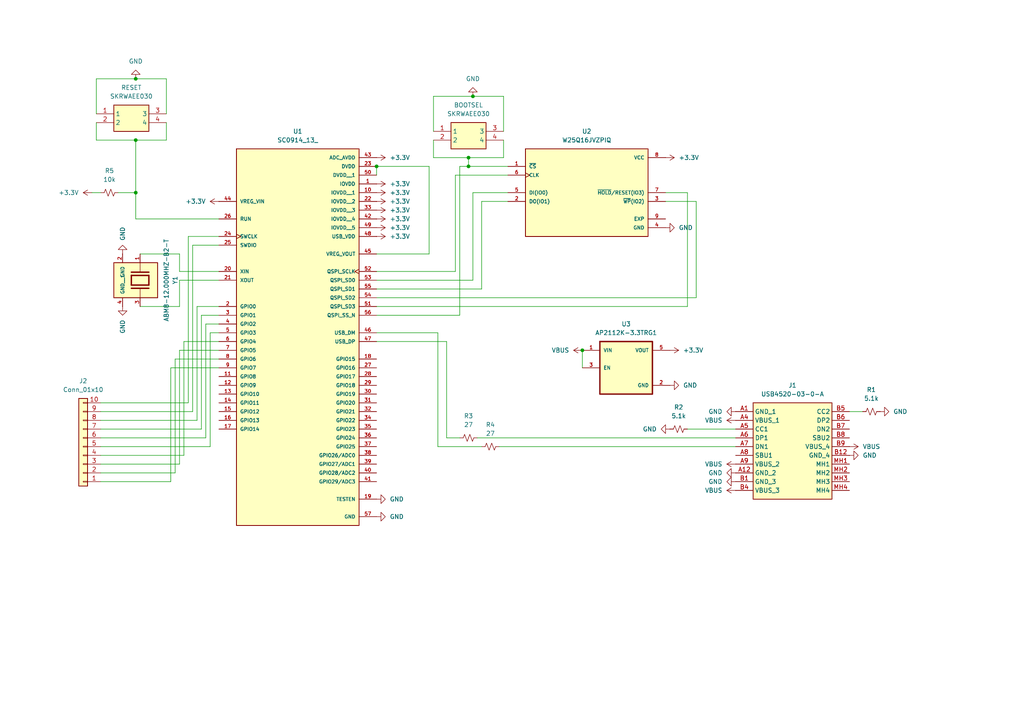
<source format=kicad_sch>
(kicad_sch (version 20250114) (generator "eeschema") (generator_version "9.0")
  (paper "A4")
  (lib_symbols
    (symbol "ABM8-12.000MHZ-B2-T:ABM8-12.000MHZ-B2-T" (pin_names (offset 1.016))
      (property "Reference" "Y1" (at 0 10.16 0))
      (property "Value" "ABM8-12.000MHZ-B2-T" (at 0 7.62 0))
      (symbol "ABM8-12.000MHZ-B2-T_0_0"
        (polyline (pts (xy -5.08 0) (xy -2.54 0)) (stroke (width 0.1524)))
        (rectangle (start -5.08 -7.62) (end 5.08 5.08) (stroke (width 0.254)) (fill (type background)))
        (polyline (pts (xy -2.3368 2.54) (xy -2.3368 -2.54)) (stroke (width 0.4064)))
        (polyline (pts (xy -1.397 2.54) (xy -1.397 -2.54)) (stroke (width 0.4064)))
        (polyline (pts (xy -1.397 2.54) (xy 1.397 2.54)) (stroke (width 0.4064)))
        (polyline (pts (xy 1.397 2.54) (xy 1.397 -2.54)) (stroke (width 0.4064)))
        (polyline (pts (xy 1.397 -2.54) (xy -1.397 -2.54)) (stroke (width 0.4064)))
        (polyline (pts (xy 2.3368 2.54) (xy 2.3368 -2.54)) (stroke (width 0.4064)))
        (polyline (pts (xy 2.54 0) (xy 5.08 0)) (stroke (width 0.1524)))
        (pin passive line (at -7.62 0 0) (length 2.54) (name "~") (number "1"))
        (pin power_in line (at -7.62 -5.08 0) (length 2.54) (name "GND") (number "2"))
        (pin passive line (at 7.62 0 180) (length 2.54) (name "~") (number "3"))
        (pin power_in line (at 7.62 -5.08 180) (length 2.54) (name "GND__1") (number "4"))
      )
    )
    (symbol "AP2112K-3.3TRG1:AP2112K-3.3TRG1" (pin_names (offset 1.016))
      (property "Reference" "U" (at -7.663 8.6476 0))
      (property "Value" "AP2112K-3.3TRG1" (at -7.6489 -11.6507 0))
      (symbol "AP2112K-3.3TRG1_0_0"
        (rectangle (start -7.62 -7.62) (end 7.62 7.62) (stroke (width 0.41)) (fill (type background)))
        (pin power_in line (at -12.7 5.08 0) (length 5.08) (name "VIN") (number "1"))
        (pin input line (at -12.7 0 0) (length 5.08) (name "EN") (number "3"))
        (pin power_in line (at 12.7 5.08 180) (length 5.08) (name "VOUT") (number "5"))
        (pin power_in line (at 12.7 -5.08 180) (length 5.08) (name "GND") (number "2"))
      )
    )
    (symbol "Connector_Generic:Conn_01x10" (pin_names (offset 1.016) (hide yes))
      (property "Reference" "J" (at 0 12.7 0))
      (property "Value" "Conn_01x10" (at 0 -15.24 0))
      (symbol "Conn_01x10_1_1"
        (rectangle (start -1.27 11.43) (end 1.27 -13.97) (stroke (width 0.254)) (fill (type background)))
        (rectangle (start -1.27 10.287) (end 0 10.033) (stroke (width 0.1524)))
        (rectangle (start -1.27 7.747) (end 0 7.493) (stroke (width 0.1524)))
        (rectangle (start -1.27 5.207) (end 0 4.953) (stroke (width 0.1524)))
        (rectangle (start -1.27 2.667) (end 0 2.413) (stroke (width 0.1524)))
        (rectangle (start -1.27 0.127) (end 0 -0.127) (stroke (width 0.1524)))
        (rectangle (start -1.27 -2.413) (end 0 -2.667) (stroke (width 0.1524)))
        (rectangle (start -1.27 -4.953) (end 0 -5.207) (stroke (width 0.1524)))
        (rectangle (start -1.27 -7.493) (end 0 -7.747) (stroke (width 0.1524)))
        (rectangle (start -1.27 -10.033) (end 0 -10.287) (stroke (width 0.1524)))
        (rectangle (start -1.27 -12.573) (end 0 -12.827) (stroke (width 0.1524)))
        (pin passive line (at -5.08 10.16 0) (length 3.81) (name "Pin_1") (number "1"))
        (pin passive line (at -5.08 7.62 0) (length 3.81) (name "Pin_2") (number "2"))
        (pin passive line (at -5.08 5.08 0) (length 3.81) (name "Pin_3") (number "3"))
        (pin passive line (at -5.08 2.54 0) (length 3.81) (name "Pin_4") (number "4"))
        (pin passive line (at -5.08 0 0) (length 3.81) (name "Pin_5") (number "5"))
        (pin passive line (at -5.08 -2.54 0) (length 3.81) (name "Pin_6") (number "6"))
        (pin passive line (at -5.08 -5.08 0) (length 3.81) (name "Pin_7") (number "7"))
        (pin passive line (at -5.08 -7.62 0) (length 3.81) (name "Pin_8") (number "8"))
        (pin passive line (at -5.08 -10.16 0) (length 3.81) (name "Pin_9") (number "9"))
        (pin passive line (at -5.08 -12.7 0) (length 3.81) (name "Pin_10") (number "10"))
      )
    )
    (symbol "Device:R_Small_US" (pin_numbers (hide yes)) (pin_names (offset 0.254) (hide yes))
      (property "Reference" "R" (at 0.762 0.508 0))
      (property "Value" "R_Small_US" (at 0.762 -1.016 0))
      (symbol "R_Small_US_1_1"
        (polyline (pts (xy 0 1.524) (xy 1.016 1.143) (xy 0 0.762) (xy -1.016 0.381) (xy 0 0)))
        (polyline (pts (xy 0 0) (xy 1.016 -0.381) (xy 0 -0.762) (xy -1.016 -1.143) (xy 0 -1.524)))
        (pin passive line (at 0 2.54 270) (length 1.016) (name "~") (number "1"))
        (pin passive line (at 0 -2.54 90) (length 1.016) (name "~") (number "2"))
      )
    )
    (symbol "SC0914_13_:SC0914_13_" (pin_names (offset 1.016))
      (property "Reference" "U" (at -17.78 49.022 0))
      (property "Value" "SC0914_13_" (at -17.78 -63.5 0))
      (symbol "SC0914_13__0_0"
        (rectangle (start -17.78 -60.96) (end 17.78 48.26) (stroke (width 0.254)) (fill (type background)))
        (pin input line (at -22.86 33.02 0) (length 5.08) (name "VREG_VIN") (number "44"))
        (pin input line (at -22.86 27.94 0) (length 5.08) (name "RUN") (number "26"))
        (pin input clock (at -22.86 22.86 0) (length 5.08) (name "SWCLK") (number "24"))
        (pin bidirectional line (at -22.86 20.32 0) (length 5.08) (name "SWDIO") (number "25"))
        (pin input line (at -22.86 12.7 0) (length 5.08) (name "XIN") (number "20"))
        (pin output line (at -22.86 10.16 0) (length 5.08) (name "XOUT") (number "21"))
        (pin bidirectional line (at -22.86 2.54 0) (length 5.08) (name "GPIO0") (number "2"))
        (pin bidirectional line (at -22.86 0 0) (length 5.08) (name "GPIO1") (number "3"))
        (pin bidirectional line (at -22.86 -2.54 0) (length 5.08) (name "GPIO2") (number "4"))
        (pin bidirectional line (at -22.86 -5.08 0) (length 5.08) (name "GPIO3") (number "5"))
        (pin bidirectional line (at -22.86 -7.62 0) (length 5.08) (name "GPIO4") (number "6"))
        (pin bidirectional line (at -22.86 -10.16 0) (length 5.08) (name "GPIO5") (number "7"))
        (pin bidirectional line (at -22.86 -12.7 0) (length 5.08) (name "GPIO6") (number "8"))
        (pin bidirectional line (at -22.86 -15.24 0) (length 5.08) (name "GPIO7") (number "9"))
        (pin bidirectional line (at -22.86 -17.78 0) (length 5.08) (name "GPIO8") (number "11"))
        (pin bidirectional line (at -22.86 -20.32 0) (length 5.08) (name "GPIO9") (number "12"))
        (pin bidirectional line (at -22.86 -22.86 0) (length 5.08) (name "GPIO10") (number "13"))
        (pin bidirectional line (at -22.86 -25.4 0) (length 5.08) (name "GPIO11") (number "14"))
        (pin bidirectional line (at -22.86 -27.94 0) (length 5.08) (name "GPIO12") (number "15"))
        (pin bidirectional line (at -22.86 -30.48 0) (length 5.08) (name "GPIO13") (number "16"))
        (pin bidirectional line (at -22.86 -33.02 0) (length 5.08) (name "GPIO14") (number "17"))
        (pin power_in line (at 22.86 45.72 180) (length 5.08) (name "ADC_AVDD") (number "43"))
        (pin power_in line (at 22.86 43.18 180) (length 5.08) (name "DVDD") (number "23"))
        (pin power_in line (at 22.86 40.64 180) (length 5.08) (name "DVDD__1") (number "50"))
        (pin power_in line (at 22.86 38.1 180) (length 5.08) (name "IOVDD") (number "1"))
        (pin power_in line (at 22.86 35.56 180) (length 5.08) (name "IOVDD__1") (number "10"))
        (pin power_in line (at 22.86 33.02 180) (length 5.08) (name "IOVDD__2") (number "22"))
        (pin power_in line (at 22.86 30.48 180) (length 5.08) (name "IOVDD__3") (number "33"))
        (pin power_in line (at 22.86 27.94 180) (length 5.08) (name "IOVDD__4") (number "42"))
        (pin power_in line (at 22.86 25.4 180) (length 5.08) (name "IOVDD__5") (number "49"))
        (pin power_in line (at 22.86 22.86 180) (length 5.08) (name "USB_VDD") (number "48"))
        (pin output line (at 22.86 17.78 180) (length 5.08) (name "VREG_VOUT") (number "45"))
        (pin bidirectional clock (at 22.86 12.7 180) (length 5.08) (name "QSPI_SCLK") (number "52"))
        (pin bidirectional line (at 22.86 10.16 180) (length 5.08) (name "QSPI_SD0") (number "53"))
        (pin bidirectional line (at 22.86 7.62 180) (length 5.08) (name "QSPI_SD1") (number "55"))
        (pin bidirectional line (at 22.86 5.08 180) (length 5.08) (name "QSPI_SD2") (number "54"))
        (pin bidirectional line (at 22.86 2.54 180) (length 5.08) (name "QSPI_SD3") (number "51"))
        (pin bidirectional line (at 22.86 0 180) (length 5.08) (name "QSPI_SS_N") (number "56"))
        (pin bidirectional line (at 22.86 -5.08 180) (length 5.08) (name "USB_DM") (number "46"))
        (pin bidirectional line (at 22.86 -7.62 180) (length 5.08) (name "USB_DP") (number "47"))
        (pin bidirectional line (at 22.86 -12.7 180) (length 5.08) (name "GPIO15") (number "18"))
        (pin bidirectional line (at 22.86 -15.24 180) (length 5.08) (name "GPIO16") (number "27"))
        (pin bidirectional line (at 22.86 -17.78 180) (length 5.08) (name "GPIO17") (number "28"))
        (pin bidirectional line (at 22.86 -20.32 180) (length 5.08) (name "GPIO18") (number "29"))
        (pin bidirectional line (at 22.86 -22.86 180) (length 5.08) (name "GPIO19") (number "30"))
        (pin bidirectional line (at 22.86 -25.4 180) (length 5.08) (name "GPIO20") (number "31"))
        (pin bidirectional line (at 22.86 -27.94 180) (length 5.08) (name "GPIO21") (number "32"))
        (pin bidirectional line (at 22.86 -30.48 180) (length 5.08) (name "GPIO22") (number "34"))
        (pin bidirectional line (at 22.86 -33.02 180) (length 5.08) (name "GPIO23") (number "35"))
        (pin bidirectional line (at 22.86 -35.56 180) (length 5.08) (name "GPIO24") (number "36"))
        (pin bidirectional line (at 22.86 -38.1 180) (length 5.08) (name "GPIO25") (number "37"))
        (pin bidirectional line (at 22.86 -40.64 180) (length 5.08) (name "GPIO26/ADC0") (number "38"))
        (pin bidirectional line (at 22.86 -43.18 180) (length 5.08) (name "GPIO27/ADC1") (number "39"))
        (pin bidirectional line (at 22.86 -45.72 180) (length 5.08) (name "GPIO28/ADC2") (number "40"))
        (pin bidirectional line (at 22.86 -48.26 180) (length 5.08) (name "GPIO29/ADC3") (number "41"))
        (pin passive line (at 22.86 -53.34 180) (length 5.08) (name "TESTEN") (number "19"))
        (pin power_in line (at 22.86 -58.42 180) (length 5.08) (name "GND") (number "57"))
      )
    )
    (symbol "SKRWAEE030:SKRWAEE030"
      (property "Reference" "S" (at 16.51 7.62 0))
      (property "Value" "SKRWAEE030" (at 16.51 5.08 0))
      (symbol "SKRWAEE030_1_1"
        (rectangle (start 5.08 2.54) (end 15.24 -5.08) (stroke (width 0.254)) (fill (type background)))
        (pin passive line (at 0 0 0) (length 5.08) (name "1") (number "1"))
        (pin passive line (at 0 -2.54 0) (length 5.08) (name "2") (number "2"))
        (pin passive line (at 20.32 0 180) (length 5.08) (name "3") (number "3"))
        (pin passive line (at 20.32 -2.54 180) (length 5.08) (name "4") (number "4"))
      )
    )
    (symbol "USB4520-03-0-A:USB4520-03-0-A"
      (property "Reference" "J" (at 29.21 7.62 0))
      (property "Value" "USB4520-03-0-A" (at 29.21 5.08 0))
      (symbol "USB4520-03-0-A_1_1"
        (rectangle (start 5.08 2.54) (end 27.94 -25.4) (stroke (width 0.254)) (fill (type background)))
        (pin passive line (at 0 0 0) (length 5.08) (name "GND_1") (number "A1"))
        (pin passive line (at 0 -2.54 0) (length 5.08) (name "VBUS_1") (number "A4"))
        (pin passive line (at 0 -5.08 0) (length 5.08) (name "CC1") (number "A5"))
        (pin passive line (at 0 -7.62 0) (length 5.08) (name "DP1") (number "A6"))
        (pin passive line (at 0 -10.16 0) (length 5.08) (name "DN1") (number "A7"))
        (pin passive line (at 0 -12.7 0) (length 5.08) (name "SBU1") (number "A8"))
        (pin passive line (at 0 -15.24 0) (length 5.08) (name "VBUS_2") (number "A9"))
        (pin passive line (at 0 -17.78 0) (length 5.08) (name "GND_2") (number "A12"))
        (pin passive line (at 0 -20.32 0) (length 5.08) (name "GND_3") (number "B1"))
        (pin passive line (at 0 -22.86 0) (length 5.08) (name "VBUS_3") (number "B4"))
        (pin passive line (at 33.02 0 180) (length 5.08) (name "CC2") (number "B5"))
        (pin passive line (at 33.02 -2.54 180) (length 5.08) (name "DP2") (number "B6"))
        (pin passive line (at 33.02 -5.08 180) (length 5.08) (name "DN2") (number "B7"))
        (pin passive line (at 33.02 -7.62 180) (length 5.08) (name "SBU2") (number "B8"))
        (pin passive line (at 33.02 -10.16 180) (length 5.08) (name "VBUS_4") (number "B9"))
        (pin passive line (at 33.02 -12.7 180) (length 5.08) (name "GND_4") (number "B12"))
        (pin passive line (at 33.02 -15.24 180) (length 5.08) (name "MH1") (number "MH1"))
        (pin passive line (at 33.02 -17.78 180) (length 5.08) (name "MH2") (number "MH2"))
        (pin passive line (at 33.02 -20.32 180) (length 5.08) (name "MH3") (number "MH3"))
        (pin passive line (at 33.02 -22.86 180) (length 5.08) (name "MH4") (number "MH4"))
      )
    )
    (symbol "W25Q16JVZPIQ:W25Q16JVZPIQ" (pin_names (offset 1.016))
      (property "Reference" "U" (at -17.78 13.97 0))
      (property "Value" "W25Q16JVZPIQ" (at -17.78 -15.24 0))
      (symbol "W25Q16JVZPIQ_0_0"
        (rectangle (start -17.78 -12.7) (end 17.78 12.7) (stroke (width 0.254)) (fill (type background)))
        (pin input line (at -22.86 7.62 0) (length 5.08) (name "~{CS}") (number "1"))
        (pin input clock (at -22.86 5.08 0) (length 5.08) (name "CLK") (number "6"))
        (pin bidirectional line (at -22.86 0 0) (length 5.08) (name "DI(IO0)") (number "5"))
        (pin bidirectional line (at -22.86 -2.54 0) (length 5.08) (name "DO(IO1)") (number "2"))
        (pin power_in line (at 22.86 10.16 180) (length 5.08) (name "VCC") (number "8"))
        (pin bidirectional line (at 22.86 0 180) (length 5.08) (name "~{HOLD}/RESET(IO3)") (number "7"))
        (pin bidirectional line (at 22.86 -2.54 180) (length 5.08) (name "~{WP}(IO2)") (number "3"))
        (pin passive line (at 22.86 -7.62 180) (length 5.08) (name "EXP") (number "9"))
        (pin power_in line (at 22.86 -10.16 180) (length 5.08) (name "GND") (number "4"))
      )
    )
    (symbol "power:+3.3V" (power) (pin_numbers (hide yes)) (pin_names (offset 0) (hide yes))
      (property "Value" "+3.3V" (at 0 3.556 0))
      (symbol "+3.3V_0_1"
        (polyline (pts (xy -0.762 1.27) (xy 0 2.54)))
        (polyline (pts (xy 0 2.54) (xy 0.762 1.27)))
        (polyline (pts (xy 0 0) (xy 0 2.54)))
      )
      (symbol "+3.3V_1_1"
        (pin power_in line (at 0 0 90) (length 0) (name "~") (number "1"))
      )
    )
    (symbol "power:GND" (power) (pin_numbers (hide yes)) (pin_names (offset 0) (hide yes))
      (property "Value" "GND" (at 0 -3.81 0))
      (symbol "GND_0_1"
        (polyline (pts (xy 0 0) (xy 0 -1.27) (xy 1.27 -1.27) (xy 0 -2.54) (xy -1.27 -1.27) (xy 0 -1.27)))
      )
      (symbol "GND_1_1"
        (pin power_in line (at 0 0 270) (length 0) (name "~") (number "1"))
      )
    )
    (symbol "power:VBUS" (power) (pin_numbers (hide yes)) (pin_names (offset 0) (hide yes))
      (property "Value" "VBUS" (at 0 3.556 0))
      (symbol "VBUS_0_1"
        (polyline (pts (xy -0.762 1.27) (xy 0 2.54)))
        (polyline (pts (xy 0 2.54) (xy 0.762 1.27)))
        (polyline (pts (xy 0 0) (xy 0 2.54)))
      )
      (symbol "VBUS_1_1"
        (pin power_in line (at 0 0 90) (length 0) (name "~") (number "1"))
      )
    )
  )
  (junction (at 135.89 48.26))
  (junction (at 137.16 27.94))
  (junction (at 168.91 101.6))
  (junction (at 109.22 48.26))
  (junction (at 39.37 55.88))
  (junction (at 39.37 40.64))
  (junction (at 135.89 45.72))
  (junction (at 39.37 22.86))
  (wire (pts (xy 133.35 48.26) (xy 133.35 91.44)))
  (wire (pts (xy 59.69 127) (xy 29.21 127)))
  (wire (pts (xy 129.54 127) (xy 133.35 127)))
  (wire (pts (xy 137.16 81.28) (xy 109.22 81.28)))
  (wire (pts (xy 63.5 91.44) (xy 58.42 91.44)))
  (wire (pts (xy 52.07 81.28) (xy 63.5 81.28)))
  (wire (pts (xy 63.5 101.6) (xy 52.07 101.6)))
  (wire (pts (xy 63.5 93.98) (xy 59.69 93.98)))
  (wire (pts (xy 52.07 88.9) (xy 52.07 81.28)))
  (wire (pts (xy 49.53 139.7) (xy 29.21 139.7)))
  (wire (pts (xy 49.53 106.68) (xy 49.53 139.7)))
  (wire (pts (xy 201.93 86.36) (xy 201.93 58.42)))
  (wire (pts (xy 57.15 88.9) (xy 57.15 121.92)))
  (wire (pts (xy 27.94 40.64) (xy 39.37 40.64)))
  (wire (pts (xy 53.34 99.06) (xy 53.34 132.08)))
  (wire (pts (xy 60.96 96.52) (xy 60.96 129.54)))
  (wire (pts (xy 137.16 55.88) (xy 137.16 81.28)))
  (wire (pts (xy 63.5 96.52) (xy 60.96 96.52)))
  (wire (pts (xy 137.16 27.94) (xy 146.05 27.94)))
  (wire (pts (xy 54.61 116.84) (xy 29.21 116.84)))
  (wire (pts (xy 39.37 55.88) (xy 39.37 40.64)))
  (wire (pts (xy 39.37 22.86) (xy 48.26 22.86)))
  (wire (pts (xy 48.26 40.64) (xy 48.26 35.56)))
  (wire (pts (xy 147.32 55.88) (xy 137.16 55.88)))
  (wire (pts (xy 127 129.54) (xy 127 96.52)))
  (wire (pts (xy 63.5 104.14) (xy 50.8 104.14)))
  (wire (pts (xy 168.91 101.6) (xy 168.91 106.68)))
  (wire (pts (xy 54.61 68.58) (xy 54.61 116.84)))
  (wire (pts (xy 125.73 40.64) (xy 125.73 45.72)))
  (wire (pts (xy 52.07 101.6) (xy 52.07 134.62)))
  (wire (pts (xy 63.5 71.12) (xy 55.88 71.12)))
  (wire (pts (xy 109.22 78.74) (xy 132.08 78.74)))
  (wire (pts (xy 53.34 132.08) (xy 29.21 132.08)))
  (wire (pts (xy 139.7 83.82) (xy 139.7 58.42)))
  (wire (pts (xy 144.78 129.54) (xy 213.36 129.54)))
  (wire (pts (xy 59.69 93.98) (xy 59.69 127)))
  (wire (pts (xy 135.89 45.72) (xy 146.05 45.72)))
  (wire (pts (xy 29.21 119.38) (xy 55.88 119.38)))
  (wire (pts (xy 52.07 134.62) (xy 29.21 134.62)))
  (wire (pts (xy 132.08 78.74) (xy 132.08 50.8)))
  (wire (pts (xy 50.8 104.14) (xy 50.8 137.16)))
  (wire (pts (xy 52.07 73.66) (xy 40.64 73.66)))
  (wire (pts (xy 57.15 121.92) (xy 29.21 121.92)))
  (wire (pts (xy 109.22 73.66) (xy 124.46 73.66)))
  (wire (pts (xy 146.05 27.94) (xy 146.05 38.1)))
  (wire (pts (xy 60.96 129.54) (xy 29.21 129.54)))
  (wire (pts (xy 34.29 55.88) (xy 39.37 55.88)))
  (wire (pts (xy 139.7 58.42) (xy 147.32 58.42)))
  (wire (pts (xy 26.67 55.88) (xy 29.21 55.88)))
  (wire (pts (xy 63.5 63.5) (xy 39.37 63.5)))
  (wire (pts (xy 201.93 58.42) (xy 193.04 58.42)))
  (wire (pts (xy 63.5 88.9) (xy 57.15 88.9)))
  (wire (pts (xy 125.73 45.72) (xy 135.89 45.72)))
  (wire (pts (xy 127 96.52) (xy 109.22 96.52)))
  (wire (pts (xy 138.43 127) (xy 213.36 127)))
  (wire (pts (xy 63.5 99.06) (xy 53.34 99.06)))
  (wire (pts (xy 39.37 63.5) (xy 39.37 55.88)))
  (wire (pts (xy 146.05 45.72) (xy 146.05 40.64)))
  (wire (pts (xy 50.8 137.16) (xy 29.21 137.16)))
  (wire (pts (xy 132.08 50.8) (xy 147.32 50.8)))
  (wire (pts (xy 127 129.54) (xy 139.7 129.54)))
  (wire (pts (xy 199.39 55.88) (xy 193.04 55.88)))
  (wire (pts (xy 109.22 88.9) (xy 199.39 88.9)))
  (wire (pts (xy 129.54 127) (xy 129.54 99.06)))
  (wire (pts (xy 129.54 99.06) (xy 109.22 99.06)))
  (wire (pts (xy 39.37 40.64) (xy 48.26 40.64)))
  (wire (pts (xy 63.5 68.58) (xy 54.61 68.58)))
  (wire (pts (xy 124.46 73.66) (xy 124.46 48.26)))
  (wire (pts (xy 133.35 91.44) (xy 109.22 91.44)))
  (wire (pts (xy 63.5 106.68) (xy 49.53 106.68)))
  (wire (pts (xy 58.42 124.46) (xy 29.21 124.46)))
  (wire (pts (xy 125.73 27.94) (xy 137.16 27.94)))
  (wire (pts (xy 199.39 88.9) (xy 199.39 55.88)))
  (wire (pts (xy 27.94 33.02) (xy 27.94 22.86)))
  (wire (pts (xy 124.46 48.26) (xy 109.22 48.26)))
  (wire (pts (xy 125.73 38.1) (xy 125.73 27.94)))
  (wire (pts (xy 27.94 35.56) (xy 27.94 40.64)))
  (wire (pts (xy 147.32 48.26) (xy 135.89 48.26)))
  (wire (pts (xy 55.88 71.12) (xy 55.88 119.38)))
  (wire (pts (xy 27.94 22.86) (xy 39.37 22.86)))
  (wire (pts (xy 199.39 124.46) (xy 213.36 124.46)))
  (wire (pts (xy 135.89 45.72) (xy 135.89 48.26)))
  (wire (pts (xy 109.22 48.26) (xy 109.22 50.8)))
  (wire (pts (xy 109.22 86.36) (xy 201.93 86.36)))
  (wire (pts (xy 109.22 83.82) (xy 139.7 83.82)))
  (wire (pts (xy 40.64 88.9) (xy 52.07 88.9)))
  (wire (pts (xy 63.5 78.74) (xy 52.07 78.74)))
  (wire (pts (xy 58.42 91.44) (xy 58.42 124.46)))
  (wire (pts (xy 48.26 22.86) (xy 48.26 33.02)))
  (wire (pts (xy 135.89 48.26) (xy 133.35 48.26)))
  (wire (pts (xy 246.38 119.38) (xy 250.19 119.38)))
  (wire (pts (xy 52.07 78.74) (xy 52.07 73.66)))
  (symbol (lib_id "power:GND") (at 109.22 144.78 90) (unit 1)
    (property "Reference" "#PWR030" (effects (hide yes)))
    (property "Value" "GND" (at 113.03 144.7799 90) (effects (justify right)))
    (property "Description" "Power symbol creates a global label with name \"GND\" , ground" (effects (hide yes)))
  )
  (symbol (lib_id "Device:R_Small_US") (at 196.85 124.46 90) (unit 1)
    (property "Reference" "R2" (at 196.85 118.11 90))
    (property "Value" "5.1k" (at 196.85 120.65 90))
    (property "Description" "Resistor, small US symbol" (effects (hide yes)))
  )
  (symbol (lib_id "power:VBUS") (at 168.91 101.6 90) (unit 1)
    (property "Reference" "#PWR01" (effects (hide yes)))
    (property "Value" "VBUS" (at 165.1 101.5999 90) (effects (justify left)))
    (property "Description" "Power symbol creates a global label with name \"VBUS\"" (effects (hide yes)))
  )
  (symbol (lib_id "ABM8-12.000MHZ-B2-T:ABM8-12.000MHZ-B2-T") (at 40.64 81.28 270) (unit 1)
    (property "Reference" "Y1" (at 50.8 81.28 0))
    (property "Value" "ABM8-12.000MHZ-B2-T" (at 48.26 81.28 0))
    (property "Footprint" "ABM8-12.000MHZ-B2-T:XTAL_ABM8-12.000MHZ-B2-T" (effects (hide yes)))
    (property "PARTREV" "44041" (effects (hide yes)))
    (property "MANUFACTURER" "Abracon" (effects (hide yes)))
    (property "MAXIMUM_PACKAGE_HEIGHT" "0.8 mm" (effects (hide yes)))
    (property "STANDARD" "Manufacturer Recommendations" (effects (hide yes)))
  )
  (symbol (lib_id "SKRWAEE030:SKRWAEE030") (at 27.94 33.02 0) (unit 1)
    (property "Reference" "RESET" (at 38.1 25.4 0))
    (property "Value" "SKRWAEE030" (at 38.1 27.94 0))
    (property "Footprint" "SKRWAEE030" (effects (hide yes)))
    (property "Datasheet" "https://www.alps.com/prod/info/E/HTML/Tact/SurfaceMount/SKRW/SKRWAEE030.html" (effects (hide yes)))
    (property "Description" "Tactile Switches 3.7x3.7x0.35mm 160gf" (effects (hide yes)))
    (property "Height" "0.5" (effects (hide yes)))
    (property "Mouser Part Number" "688-SKRWAEE030" (effects (hide yes)))
    (property "Mouser Price/Stock" "https://www.mouser.co.uk/ProductDetail/Alps-Alpine/SKRWAEE030?qs=4aVxpR%2FL9VKdaQi%252BS4Mesg%3D%3D" (effects (hide yes)))
    (property "Manufacturer_Name" "ALPS Electric" (effects (hide yes)))
    (property "Manufacturer_Part_Number" "SKRWAEE030" (effects (hide yes)))
  )
  (symbol (lib_id "power:+3.3V") (at 109.22 45.72 270) (unit 1)
    (property "Reference" "#PWR020" (effects (hide yes)))
    (property "Value" "+3.3V" (at 113.03 45.7199 90) (effects (justify left)))
    (property "Description" "Power symbol creates a global label with name \"+3.3V\"" (effects (hide yes)))
  )
  (symbol (lib_id "power:GND") (at 35.56 73.66 180) (unit 1)
    (property "Reference" "#PWR024" (effects (hide yes)))
    (property "Value" "GND" (at 35.5601 69.85 90) (effects (justify right)))
    (property "Description" "Power symbol creates a global label with name \"GND\" , ground" (effects (hide yes)))
  )
  (symbol (lib_id "USB4520-03-0-A:USB4520-03-0-A") (at 213.36 119.38 0) (unit 1)
    (property "Reference" "J1" (at 229.87 111.76 0))
    (property "Value" "USB4520-03-0-A" (at 229.87 114.3 0))
    (property "Footprint" "USB4520030A" (effects (hide yes)))
    (property "Datasheet" "https://componentsearchengine.com/Datasheets/2/USB4520-03-0-A.pdf" (effects (hide yes)))
    (property "Description" "USB Connectors USB C Rec 16P 3u\" Mid Mnt 2.1mm O-set SMT L = 6.5mm-1" (effects (hide yes)))
    (property "Height" "3.36" (effects (hide yes)))
    (property "Manufacturer_Name" "GCT (GLOBAL CONNECTOR TECHNOLOGY)" (effects (hide yes)))
    (property "Manufacturer_Part_Number" "USB4520-03-0-A" (effects (hide yes)))
    (property "Mouser Part Number" "640-USB4520030A" (effects (hide yes)))
    (property "Mouser Price/Stock" "https://www.mouser.co.uk/ProductDetail/GCT/USB4520-03-0-A?qs=7D1LtPJG0i16f9tCCMAw%2FA%3D%3D" (effects (hide yes)))
  )
  (symbol (lib_id "power:+3.3V") (at 109.22 68.58 270) (unit 1)
    (property "Reference" "#PWR019" (effects (hide yes)))
    (property "Value" "+3.3V" (at 113.03 68.5799 90) (effects (justify left)))
    (property "Description" "Power symbol creates a global label with name \"+3.3V\"" (effects (hide yes)))
  )
  (symbol (lib_id "power:+3.3V") (at 109.22 58.42 270) (unit 1)
    (property "Reference" "#PWR015" (effects (hide yes)))
    (property "Value" "+3.3V" (at 113.03 58.4199 90) (effects (justify left)))
    (property "Description" "Power symbol creates a global label with name \"+3.3V\"" (effects (hide yes)))
  )
  (symbol (lib_id "power:GND") (at 137.16 27.94 180) (unit 1)
    (property "Reference" "#PWR031" (effects (hide yes)))
    (property "Value" "GND" (at 137.16 22.86 0))
    (property "Description" "Power symbol creates a global label with name \"GND\" , ground" (effects (hide yes)))
  )
  (symbol (lib_id "SKRWAEE030:SKRWAEE030") (at 125.73 38.1 0) (unit 1)
    (property "Reference" "BOOTSEL" (at 135.89 30.48 0))
    (property "Value" "SKRWAEE030" (at 135.89 33.02 0))
    (property "Footprint" "SKRWAEE030" (effects (hide yes)))
    (property "Datasheet" "https://www.alps.com/prod/info/E/HTML/Tact/SurfaceMount/SKRW/SKRWAEE030.html" (effects (hide yes)))
    (property "Description" "Tactile Switches 3.7x3.7x0.35mm 160gf" (effects (hide yes)))
    (property "Height" "0.5" (effects (hide yes)))
    (property "Mouser Part Number" "688-SKRWAEE030" (effects (hide yes)))
    (property "Mouser Price/Stock" "https://www.mouser.co.uk/ProductDetail/Alps-Alpine/SKRWAEE030?qs=4aVxpR%2FL9VKdaQi%252BS4Mesg%3D%3D" (effects (hide yes)))
    (property "Manufacturer_Name" "ALPS Electric" (effects (hide yes)))
    (property "Manufacturer_Part_Number" "SKRWAEE030" (effects (hide yes)))
  )
  (symbol (lib_id "power:+3.3V") (at 109.22 60.96 270) (unit 1)
    (property "Reference" "#PWR016" (effects (hide yes)))
    (property "Value" "+3.3V" (at 113.03 60.9599 90) (effects (justify left)))
    (property "Description" "Power symbol creates a global label with name \"+3.3V\"" (effects (hide yes)))
  )
  (symbol (lib_id "power:VBUS") (at 246.38 129.54 270) (unit 1)
    (property "Reference" "#PWR011" (effects (hide yes)))
    (property "Value" "VBUS" (at 250.19 129.5399 90) (effects (justify left)))
    (property "Description" "Power symbol creates a global label with name \"VBUS\"" (effects (hide yes)))
  )
  (symbol (lib_id "power:GND") (at 194.31 111.76 90) (unit 1)
    (property "Reference" "#PWR02" (effects (hide yes)))
    (property "Value" "GND" (at 198.12 111.7599 90) (effects (justify right)))
    (property "Description" "Power symbol creates a global label with name \"GND\" , ground" (effects (hide yes)))
  )
  (symbol (lib_id "power:+3.3V") (at 109.22 55.88 270) (unit 1)
    (property "Reference" "#PWR014" (effects (hide yes)))
    (property "Value" "+3.3V" (at 113.03 55.8799 90) (effects (justify left)))
    (property "Description" "Power symbol creates a global label with name \"+3.3V\"" (effects (hide yes)))
  )
  (symbol (lib_id "W25Q16JVZPIQ:W25Q16JVZPIQ") (at 170.18 55.88 0) (unit 1)
    (property "Reference" "U2" (at 170.18 38.1 0))
    (property "Value" "W25Q16JVZPIQ" (at 170.18 40.64 0))
    (property "Footprint" "W25Q16JVZPIQ:SON127P500X600X80-9N" (effects (hide yes)))
    (property "MF" "Winbond Electronics" (effects (hide yes)))
    (property "DESCRIPTION" "FLASH - NOR Memory IC 16Mb (2M x 8) SPI - Quad I/O 133MHz 8-WSON (6x5)" (effects (hide yes)))
    (property "PACKAGE" "WSON-8 Winbond" (effects (hide yes)))
    (property "PRICE" "None" (effects (hide yes)))
    (property "MP" "W25Q16JVZPIQ" (effects (hide yes)))
    (property "DIGIKEY-PURCHASE-URL" "https://snapeda.com/shop?store=DigiKey&id=618097" (effects (hide yes)))
    (property "AVAILABILITY" "Unavailable" (effects (hide yes)))
  )
  (symbol (lib_id "Device:R_Small_US") (at 135.89 127 90) (unit 1)
    (property "Reference" "R3" (at 135.89 120.65 90))
    (property "Value" "27" (at 135.89 123.19 90))
    (property "Description" "Resistor, small US symbol" (effects (hide yes)))
  )
  (symbol (lib_id "Connector_Generic:Conn_01x10") (at 24.13 129.54 180) (unit 1)
    (property "Reference" "J2" (at 24.13 110.49 0))
    (property "Value" "Conn_01x10" (at 24.13 113.03 0))
    (property "Description" "Generic connector, single row, 01x10, script generated (kicad-library-utils/schlib/autogen/connector/)" (effects (hide yes)))
  )
  (symbol (lib_id "power:GND") (at 109.22 149.86 90) (unit 1)
    (property "Reference" "#PWR021" (effects (hide yes)))
    (property "Value" "GND" (at 113.03 149.8599 90) (effects (justify right)))
    (property "Description" "Power symbol creates a global label with name \"GND\" , ground" (effects (hide yes)))
  )
  (symbol (lib_id "power:+3.3V") (at 109.22 63.5 270) (unit 1)
    (property "Reference" "#PWR017" (effects (hide yes)))
    (property "Value" "+3.3V" (at 113.03 63.4999 90) (effects (justify left)))
    (property "Description" "Power symbol creates a global label with name \"+3.3V\"" (effects (hide yes)))
  )
  (symbol (lib_id "power:+3.3V") (at 26.67 55.88 90) (unit 1)
    (property "Reference" "#PWR029" (effects (hide yes)))
    (property "Value" "+3.3V" (at 22.86 55.8799 90) (effects (justify left)))
    (property "Description" "Power symbol creates a global label with name \"+3.3V\"" (effects (hide yes)))
  )
  (symbol (lib_id "power:+3.3V") (at 193.04 45.72 270) (unit 1)
    (property "Reference" "#PWR025" (effects (hide yes)))
    (property "Value" "+3.3V" (at 196.85 45.7199 90) (effects (justify left)))
    (property "Description" "Power symbol creates a global label with name \"+3.3V\"" (effects (hide yes)))
  )
  (symbol (lib_id "power:GND") (at 213.36 119.38 270) (unit 1)
    (property "Reference" "#PWR04" (effects (hide yes)))
    (property "Value" "GND" (at 209.55 119.3799 90) (effects (justify right)))
    (property "Description" "Power symbol creates a global label with name \"GND\" , ground" (effects (hide yes)))
  )
  (symbol (lib_id "Device:R_Small_US") (at 31.75 55.88 90) (unit 1)
    (property "Reference" "R5" (at 31.75 49.53 90))
    (property "Value" "10k" (at 31.75 52.07 90))
    (property "Description" "Resistor, small US symbol" (effects (hide yes)))
  )
  (symbol (lib_id "power:GND") (at 39.37 22.86 180) (unit 1)
    (property "Reference" "#PWR028" (effects (hide yes)))
    (property "Value" "GND" (at 39.37 17.78 0))
    (property "Description" "Power symbol creates a global label with name \"GND\" , ground" (effects (hide yes)))
  )
  (symbol (lib_id "power:GND") (at 35.56 88.9 0) (unit 1)
    (property "Reference" "#PWR023" (effects (hide yes)))
    (property "Value" "GND" (at 35.5601 92.71 90) (effects (justify right)))
    (property "Description" "Power symbol creates a global label with name \"GND\" , ground" (effects (hide yes)))
  )
  (symbol (lib_id "power:+3.3V") (at 109.22 66.04 270) (unit 1)
    (property "Reference" "#PWR018" (effects (hide yes)))
    (property "Value" "+3.3V" (at 113.03 66.0399 90) (effects (justify left)))
    (property "Description" "Power symbol creates a global label with name \"+3.3V\"" (effects (hide yes)))
  )
  (symbol (lib_id "power:GND") (at 193.04 66.04 90) (unit 1)
    (property "Reference" "#PWR022" (effects (hide yes)))
    (property "Value" "GND" (at 196.85 66.0399 90) (effects (justify right)))
    (property "Description" "Power symbol creates a global label with name \"GND\" , ground" (effects (hide yes)))
  )
  (symbol (lib_id "SC0914_13_:SC0914_13_") (at 86.36 91.44 0) (unit 1)
    (property "Reference" "U1" (at 86.36 38.1 0))
    (property "Value" "SC0914_13_" (at 86.36 40.64 0))
    (property "Footprint" "SC0914_13_:QFN40P700X700X90-57N" (effects (hide yes)))
    (property "PARTREV" "2.2" (effects (hide yes)))
    (property "STANDARD" "IPC 7351B" (effects (hide yes)))
    (property "MAXIMUM_PACKAGE_HEIGHT" "0.90 mm" (effects (hide yes)))
    (property "MANUFACTURER" "Raspberry Pi" (effects (hide yes)))
  )
  (symbol (lib_id "power:GND") (at 246.38 132.08 90) (unit 1)
    (property "Reference" "#PWR05" (effects (hide yes)))
    (property "Value" "GND" (at 250.19 132.0799 90) (effects (justify right)))
    (property "Description" "Power symbol creates a global label with name \"GND\" , ground" (effects (hide yes)))
  )
  (symbol (lib_id "power:GND") (at 213.36 137.16 270) (unit 1)
    (property "Reference" "#PWR06" (effects (hide yes)))
    (property "Value" "GND" (at 209.55 137.1599 90) (effects (justify right)))
    (property "Description" "Power symbol creates a global label with name \"GND\" , ground" (effects (hide yes)))
  )
  (symbol (lib_id "power:+3.3V") (at 63.5 58.42 90) (unit 1)
    (property "Reference" "#PWR012" (effects (hide yes)))
    (property "Value" "+3.3V" (at 59.69 58.4199 90) (effects (justify left)))
    (property "Description" "Power symbol creates a global label with name \"+3.3V\"" (effects (hide yes)))
  )
  (symbol (lib_id "power:VBUS") (at 213.36 134.62 90) (unit 1)
    (property "Reference" "#PWR09" (effects (hide yes)))
    (property "Value" "VBUS" (at 209.55 134.6199 90) (effects (justify left)))
    (property "Description" "Power symbol creates a global label with name \"VBUS\"" (effects (hide yes)))
  )
  (symbol (lib_id "power:GND") (at 255.27 119.38 90) (unit 1)
    (property "Reference" "#PWR026" (effects (hide yes)))
    (property "Value" "GND" (at 259.08 119.3799 90) (effects (justify right)))
    (property "Description" "Power symbol creates a global label with name \"GND\" , ground" (effects (hide yes)))
  )
  (symbol (lib_id "power:+3.3V") (at 109.22 53.34 270) (unit 1)
    (property "Reference" "#PWR013" (effects (hide yes)))
    (property "Value" "+3.3V" (at 113.03 53.3399 90) (effects (justify left)))
    (property "Description" "Power symbol creates a global label with name \"+3.3V\"" (effects (hide yes)))
  )
  (symbol (lib_id "Device:R_Small_US") (at 142.24 129.54 90) (unit 1)
    (property "Reference" "R4" (at 142.24 123.19 90))
    (property "Value" "27" (at 142.24 125.73 90))
    (property "Description" "Resistor, small US symbol" (effects (hide yes)))
  )
  (symbol (lib_id "Device:R_Small_US") (at 252.73 119.38 90) (unit 1)
    (property "Reference" "R1" (at 252.73 113.03 90))
    (property "Value" "5.1k" (at 252.73 115.57 90))
    (property "Description" "Resistor, small US symbol" (effects (hide yes)))
  )
  (symbol (lib_id "AP2112K-3.3TRG1:AP2112K-3.3TRG1") (at 181.61 106.68 0) (unit 1)
    (property "Reference" "U3" (at 181.61 93.98 0))
    (property "Value" "AP2112K-3.3TRG1" (at 181.61 96.52 0))
    (property "Footprint" "AP2112K-3.3TRG1:SOT95P285X140-5N" (effects (hide yes)))
    (property "PARTREV" "2-2" (effects (hide yes)))
    (property "MANUFACTURER" "Diodes Inc." (effects (hide yes)))
  )
  (symbol (lib_id "power:+3.3V") (at 194.31 101.6 270) (unit 1)
    (property "Reference" "#PWR03" (effects (hide yes)))
    (property "Value" "+3.3V" (at 198.12 101.5999 90) (effects (justify left)))
    (property "Description" "Power symbol creates a global label with name \"+3.3V\"" (effects (hide yes)))
  )
  (symbol (lib_id "power:VBUS") (at 213.36 121.92 90) (unit 1)
    (property "Reference" "#PWR08" (effects (hide yes)))
    (property "Value" "VBUS" (at 209.55 121.9199 90) (effects (justify left)))
    (property "Description" "Power symbol creates a global label with name \"VBUS\"" (effects (hide yes)))
  )
  (symbol (lib_id "power:GND") (at 194.31 124.46 270) (unit 1)
    (property "Reference" "#PWR027" (effects (hide yes)))
    (property "Value" "GND" (at 190.5 124.4599 90) (effects (justify right)))
    (property "Description" "Power symbol creates a global label with name \"GND\" , ground" (effects (hide yes)))
  )
  (symbol (lib_id "power:GND") (at 213.36 139.7 270) (unit 1)
    (property "Reference" "#PWR07" (effects (hide yes)))
    (property "Value" "GND" (at 209.55 139.6999 90) (effects (justify right)))
    (property "Description" "Power symbol creates a global label with name \"GND\" , ground" (effects (hide yes)))
  )
  (symbol (lib_id "power:VBUS") (at 213.36 142.24 90) (unit 1)
    (property "Reference" "#PWR010" (effects (hide yes)))
    (property "Value" "VBUS" (at 209.55 142.2399 90) (effects (justify left)))
    (property "Description" "Power symbol creates a global label with name \"VBUS\"" (effects (hide yes)))
  )
)
</source>
